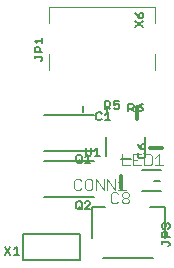
<source format=gbr>
G04 EAGLE Gerber RS-274X export*
G75*
%MOMM*%
%FSLAX34Y34*%
%LPD*%
%INSilkscreen Top*%
%IPPOS*%
%AMOC8*
5,1,8,0,0,1.08239X$1,22.5*%
G01*
%ADD10C,0.304800*%
%ADD11C,0.076200*%
%ADD12C,0.152400*%
%ADD13C,0.203200*%
%ADD14C,0.101600*%


D10*
X104521Y64262D02*
X104521Y74422D01*
D11*
X100895Y60219D02*
X102462Y58651D01*
X100895Y60219D02*
X97759Y60219D01*
X96192Y58651D01*
X96192Y52381D01*
X97759Y50813D01*
X100895Y50813D01*
X102462Y52381D01*
X105547Y58651D02*
X107114Y60219D01*
X110250Y60219D01*
X111818Y58651D01*
X111818Y57084D01*
X110250Y55516D01*
X111818Y53948D01*
X111818Y52381D01*
X110250Y50813D01*
X107114Y50813D01*
X105547Y52381D01*
X105547Y53948D01*
X107114Y55516D01*
X105547Y57084D01*
X105547Y58651D01*
X107114Y55516D02*
X110250Y55516D01*
D10*
X118618Y122301D02*
X118618Y132461D01*
D12*
X88498Y126793D02*
X87397Y127895D01*
X85193Y127895D01*
X84092Y126793D01*
X84092Y122387D01*
X85193Y121285D01*
X87397Y121285D01*
X88498Y122387D01*
X91576Y125691D02*
X93779Y127895D01*
X93779Y121285D01*
X91576Y121285D02*
X95982Y121285D01*
D13*
X81960Y55866D02*
X39960Y55866D01*
X39960Y86374D02*
X81960Y86374D01*
D12*
X67074Y51482D02*
X67074Y47076D01*
X67074Y51482D02*
X68175Y52584D01*
X70379Y52584D01*
X71480Y51482D01*
X71480Y47076D01*
X70379Y45974D01*
X68175Y45974D01*
X67074Y47076D01*
X69277Y48177D02*
X71480Y45974D01*
X74558Y45974D02*
X78964Y45974D01*
X74558Y45974D02*
X78964Y50380D01*
X78964Y51482D01*
X77863Y52584D01*
X75659Y52584D01*
X74558Y51482D01*
D14*
X133600Y163670D02*
X133600Y177170D01*
X44200Y177170D02*
X44200Y163670D01*
X44200Y217170D02*
X133600Y217170D01*
X133600Y203670D01*
X44200Y203670D02*
X44200Y217170D01*
D12*
X117156Y200464D02*
X123766Y204870D01*
X123766Y200464D02*
X117156Y204870D01*
X118258Y210151D02*
X117156Y212354D01*
X118258Y210151D02*
X120461Y207948D01*
X122664Y207948D01*
X123766Y209049D01*
X123766Y211253D01*
X122664Y212354D01*
X121563Y212354D01*
X120461Y211253D01*
X120461Y207948D01*
D13*
X73025Y133604D02*
X73025Y128524D01*
D12*
X91567Y130556D02*
X91567Y137166D01*
X94872Y137166D01*
X95973Y136064D01*
X95973Y133861D01*
X94872Y132759D01*
X91567Y132759D01*
X93770Y132759D02*
X95973Y130556D01*
X99051Y137166D02*
X103458Y137166D01*
X99051Y137166D02*
X99051Y133861D01*
X101254Y134962D01*
X102356Y134962D01*
X103458Y133861D01*
X103458Y131658D01*
X102356Y130556D01*
X100153Y130556D01*
X99051Y131658D01*
D13*
X92710Y131826D02*
X92710Y126746D01*
D12*
X111252Y128778D02*
X111252Y135388D01*
X114557Y135388D01*
X115658Y134286D01*
X115658Y132083D01*
X114557Y130981D01*
X111252Y130981D01*
X113455Y130981D02*
X115658Y128778D01*
X120939Y134286D02*
X123143Y135388D01*
X120939Y134286D02*
X118736Y132083D01*
X118736Y129880D01*
X119838Y128778D01*
X122041Y128778D01*
X123143Y129880D01*
X123143Y130981D01*
X122041Y132083D01*
X118736Y132083D01*
X38354Y172578D02*
X37252Y171477D01*
X38354Y172578D02*
X38354Y173680D01*
X37252Y174781D01*
X31744Y174781D01*
X31744Y173680D02*
X31744Y175883D01*
X31744Y178961D02*
X38354Y178961D01*
X31744Y178961D02*
X31744Y182266D01*
X32846Y183367D01*
X35049Y183367D01*
X36151Y182266D01*
X36151Y178961D01*
X33948Y186445D02*
X31744Y188648D01*
X38354Y188648D01*
X38354Y186445D02*
X38354Y190851D01*
X80744Y47921D02*
X80744Y21921D01*
X80744Y47921D02*
X91744Y47921D01*
X129744Y47921D02*
X141744Y47921D01*
X141744Y21921D01*
X131744Y4921D02*
X89744Y4921D01*
D11*
X71396Y70140D02*
X69828Y71708D01*
X66693Y71708D01*
X65125Y70140D01*
X65125Y63870D01*
X66693Y62302D01*
X69828Y62302D01*
X71396Y63870D01*
X76048Y71708D02*
X79183Y71708D01*
X76048Y71708D02*
X74480Y70140D01*
X74480Y63870D01*
X76048Y62302D01*
X79183Y62302D01*
X80751Y63870D01*
X80751Y70140D01*
X79183Y71708D01*
X83835Y71708D02*
X83835Y62302D01*
X90106Y62302D02*
X83835Y71708D01*
X90106Y71708D02*
X90106Y62302D01*
X93191Y62302D02*
X93191Y71708D01*
X99461Y62302D01*
X99461Y71708D01*
X102546Y68573D02*
X105681Y71708D01*
X105681Y62302D01*
X102546Y62302D02*
X108816Y62302D01*
D13*
X125593Y90679D02*
X125593Y106679D01*
X92593Y106679D02*
X92593Y90679D01*
X105093Y88179D02*
X113093Y88179D01*
D12*
X75107Y92415D02*
X75107Y97923D01*
X75107Y92415D02*
X76208Y91313D01*
X78412Y91313D01*
X79513Y92415D01*
X79513Y97923D01*
X82591Y95719D02*
X84794Y97923D01*
X84794Y91313D01*
X82591Y91313D02*
X86997Y91313D01*
X122937Y78977D02*
X138937Y78977D01*
X137937Y69977D02*
X132437Y69977D01*
X138937Y60977D02*
X122937Y60977D01*
D11*
X105918Y83058D02*
X105918Y92464D01*
X105918Y83058D02*
X112189Y83058D01*
X115273Y92464D02*
X121544Y92464D01*
X115273Y92464D02*
X115273Y83058D01*
X121544Y83058D01*
X118409Y87761D02*
X115273Y87761D01*
X124628Y92464D02*
X124628Y83058D01*
X129331Y83058D01*
X130899Y84626D01*
X130899Y90896D01*
X129331Y92464D01*
X124628Y92464D01*
X133984Y89329D02*
X137119Y92464D01*
X137119Y83058D01*
X133984Y83058D02*
X140254Y83058D01*
D12*
X146050Y15707D02*
X144948Y14605D01*
X146050Y15707D02*
X146050Y16808D01*
X144948Y17910D01*
X139440Y17910D01*
X139440Y19011D02*
X139440Y16808D01*
X139440Y22089D02*
X146050Y22089D01*
X139440Y22089D02*
X139440Y25394D01*
X140542Y26496D01*
X142745Y26496D01*
X143847Y25394D01*
X143847Y22089D01*
X140542Y29573D02*
X139440Y30675D01*
X139440Y32878D01*
X140542Y33980D01*
X141644Y33980D01*
X142745Y32878D01*
X142745Y31777D01*
X142745Y32878D02*
X143847Y33980D01*
X144948Y33980D01*
X146050Y32878D01*
X146050Y30675D01*
X144948Y29573D01*
D10*
X139319Y98044D02*
X129159Y98044D01*
D12*
X120030Y93687D02*
X118928Y92586D01*
X118928Y90383D01*
X120030Y89281D01*
X124436Y89281D01*
X125538Y90383D01*
X125538Y92586D01*
X124436Y93687D01*
X120030Y98968D02*
X118928Y101172D01*
X120030Y98968D02*
X122233Y96765D01*
X124436Y96765D01*
X125538Y97867D01*
X125538Y100070D01*
X124436Y101172D01*
X123335Y101172D01*
X122233Y100070D01*
X122233Y96765D01*
D13*
X70355Y2589D02*
X22355Y2589D01*
X22355Y24589D01*
X70355Y24589D01*
X70355Y2589D01*
D12*
X11155Y7493D02*
X6749Y14103D01*
X11155Y14103D02*
X6749Y7493D01*
X14233Y11899D02*
X16436Y14103D01*
X16436Y7493D01*
X14233Y7493D02*
X18639Y7493D01*
D13*
X39960Y95236D02*
X81960Y95236D01*
X81960Y125744D02*
X39960Y125744D01*
D12*
X67074Y90852D02*
X67074Y86446D01*
X67074Y90852D02*
X68175Y91954D01*
X70379Y91954D01*
X71480Y90852D01*
X71480Y86446D01*
X70379Y85344D01*
X68175Y85344D01*
X67074Y86446D01*
X69277Y87547D02*
X71480Y85344D01*
X74558Y89750D02*
X76761Y91954D01*
X76761Y85344D01*
X74558Y85344D02*
X78964Y85344D01*
M02*

</source>
